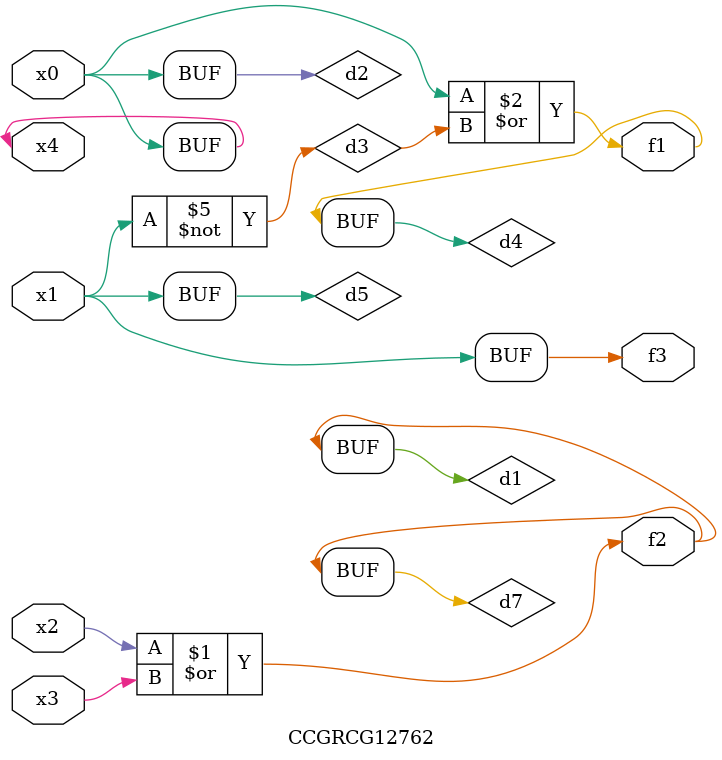
<source format=v>
module CCGRCG12762(
	input x0, x1, x2, x3, x4,
	output f1, f2, f3
);

	wire d1, d2, d3, d4, d5, d6, d7;

	or (d1, x2, x3);
	buf (d2, x0, x4);
	not (d3, x1);
	or (d4, d2, d3);
	not (d5, d3);
	nand (d6, d1, d3);
	or (d7, d1);
	assign f1 = d4;
	assign f2 = d7;
	assign f3 = d5;
endmodule

</source>
